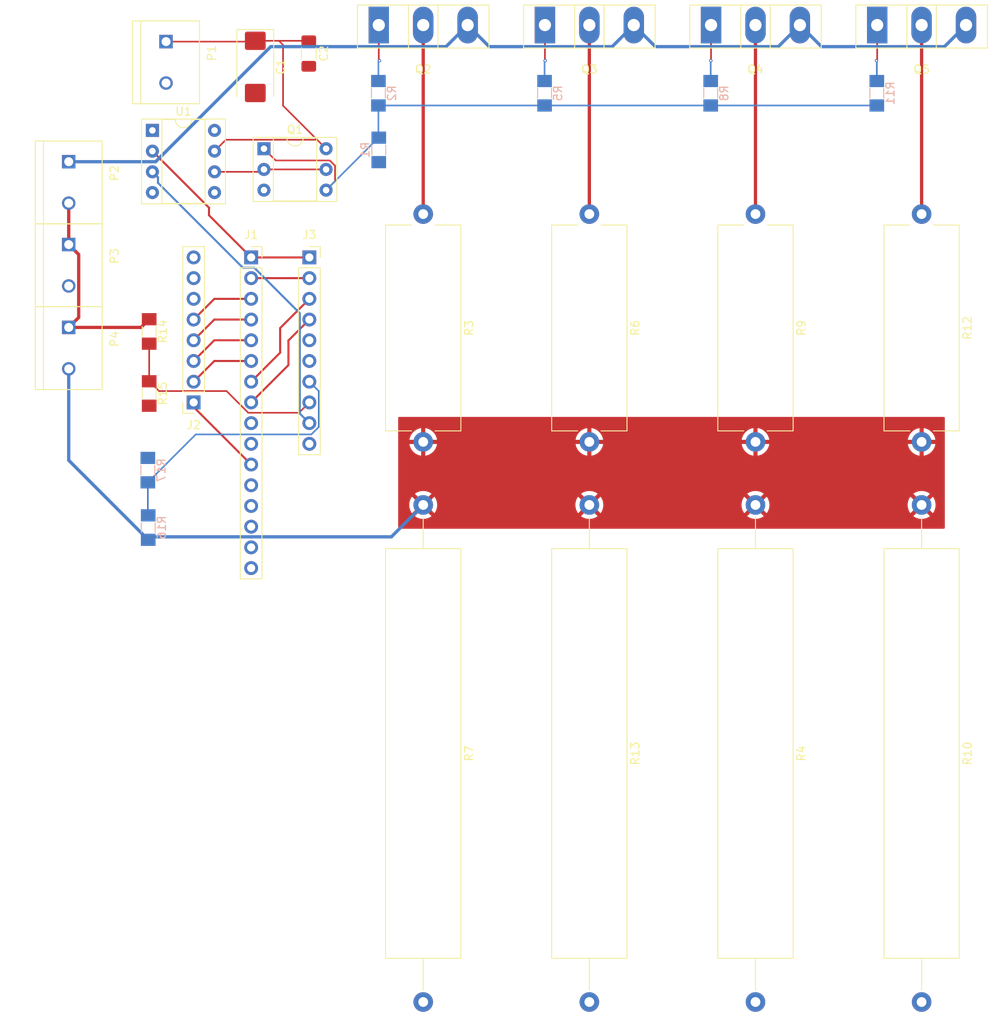
<source format=kicad_pcb>
(kicad_pcb (version 20211014) (generator pcbnew)
  (layers (0 "F.Cu" signal) (31 "B.Cu" signal) (34 "B.Paste" user) (35 "F.Paste" user) (36 "B.SilkS" user "B.Silkscreen") (37 "F.SilkS" user "F.Silkscreen") (38 "B.Mask" user) (39 "F.Mask" user) (44 "Edge.Cuts" user))
  (net 0 "")
  (net 4 "+12V")
  (net 5 "GND")
  (net 6 "Net-(P2-Pad1)")
  (net 7 "Net-(P2-Pad2)")
  (net 8 "Net-(Q1-Pad1)")
  (net 9 "Net-(U1-Pad6)")
  (net 10 "Net-(Q2-Pad1)")
  (net 11 "Net-(Q2-Pad2)")
  (net 12 "Net-(Q3-Pad1)")
  (net 13 "Net-(Q3-Pad2)")
  (net 14 "Net-(Q4-Pad1)")
  (net 15 "Net-(Q4-Pad2)")
  (net 16 "Net-(Q5-Pad1)")
  (net 17 "Net-(Q5-Pad2)")
  (net 18 "Net-(U1-Pad2)")
  (net 19 "Net-(J1-Pad3)")
  (net 20 "Net-(J1-Pad4)")
  (net 21 "Net-(J1-Pad5)")
  (net 22 "Net-(J1-Pad6)")
  (net 23 "Net-(J1-Pad7)")
  (net 24 "Net-(J1-Pad8)")
  (net 27 "Net-(J1-Pad11)")
  (net 38 "DIV1")
  (net 39 "DIV2")
  (net 40 "OPAMP+")
  (net 42 "All_R")
  (footprint "Package_DIP:DIP-8_W7.62mm_Socket" (layer "F.Cu") (at 93.806 51.478)
    (fp_text reference "U1" (at 3.81 -2.33) (layer "F.SilkS"))
    (fp_text value "TL071")
    (fp_line (start 8.95 -1.39) (end -1.33 -1.39) (layer "F.SilkS") (width 0.12))
    (fp_line (start 1.16 -1.33) (end 1.16 8.95) (layer "F.SilkS") (width 0.12))
    (fp_line (start -1.33 -1.39) (end -1.33 9.01) (layer "F.SilkS") (width 0.12))
    (fp_line (start -1.33 9.01) (end 8.95 9.01) (layer "F.SilkS") (width 0.12))
    (fp_line (start 2.81 -1.33) (end 1.16 -1.33) (layer "F.SilkS") (width 0.12))
    (fp_line (start 8.95 9.01) (end 8.95 -1.39) (layer "F.SilkS") (width 0.12))
    (fp_line (start 1.16 8.95) (end 6.46 8.95) (layer "F.SilkS") (width 0.12))
    (fp_line (start 6.46 8.95) (end 6.46 -1.33) (layer "F.SilkS") (width 0.12))
    (fp_line (start 6.46 -1.33) (end 4.81 -1.33) (layer "F.SilkS") (width 0.12))
    (fp_arc (start 4.81 -1.33) (mid 3.81 -0.33) (end 2.81 -1.33) (layer "F.SilkS") (width 0.12))
    (pad "1" thru_hole rect (at 0 0) (size 1.6 1.6) (drill 0.8) (layers *.Cu *.Mask))
    (pad "2" thru_hole oval (at 0 2.54) (size 1.6 1.6) (drill 0.8) (layers *.Cu *.Mask) (net 18 "Net-(U1-Pad2)"))
    (pad "3" thru_hole oval (at 0 5.08) (size 1.6 1.6) (drill 0.8) (layers *.Cu *.Mask) (net 40 "OPAMP+"))
    (pad "4" thru_hole oval (at 0 7.62) (size 1.6 1.6) (drill 0.8) (layers *.Cu *.Mask) (net 5 "GND"))
    (pad "5" thru_hole oval (at 7.62 7.62) (size 1.6 1.6) (drill 0.8) (layers *.Cu *.Mask))
    (pad "6" thru_hole oval (at 7.62 5.08) (size 1.6 1.6) (drill 0.8) (layers *.Cu *.Mask) (net 9 "Net-(U1-Pad6)"))
    (pad "7" thru_hole oval (at 7.62 2.54) (size 1.6 1.6) (drill 0.8) (layers *.Cu *.Mask) (net 4 "+12V"))
    (pad "8" thru_hole oval (at 7.62 0) (size 1.6 1.6) (drill 0.8) (layers *.Cu *.Mask))
  )
  (footprint "Connector_PinSocket_2.54mm:PinSocket_1x16_P2.54mm_Vertical" (layer "F.Cu") (at 105.918 67.056)
    (fp_text reference "J1" (at 0 -2.77) (layer "F.SilkS"))
    (fp_text value "Conn_01x16")
    (fp_line (start 0 -1.33) (end 1.33 -1.33) (layer "F.SilkS") (width 0.12))
    (fp_line (start 1.33 -1.33) (end 1.33 0) (layer "F.SilkS") (width 0.12))
    (fp_line (start -1.33 1.27) (end -1.33 39.43) (layer "F.SilkS") (width 0.12))
    (fp_line (start 1.33 1.27) (end 1.33 39.43) (layer "F.SilkS") (width 0.12))
    (fp_line (start -1.33 1.27) (end 1.33 1.27) (layer "F.SilkS") (width 0.12))
    (fp_line (start -1.33 39.43) (end 1.33 39.43) (layer "F.SilkS") (width 0.12))
    (pad "1" thru_hole rect (at 0 0) (size 1.7 1.7) (drill 1) (layers *.Cu *.Mask) (net 18 "Net-(U1-Pad2)"))
    (pad "2" thru_hole oval (at 0 2.54) (size 1.7 1.7) (drill 1) (layers *.Cu *.Mask) (net 5 "GND"))
    (pad "3" thru_hole oval (at 0 5.08) (size 1.7 1.7) (drill 1) (layers *.Cu *.Mask) (net 19 "Net-(J1-Pad3)"))
    (pad "4" thru_hole oval (at 0 7.62) (size 1.7 1.7) (drill 1) (layers *.Cu *.Mask) (net 20 "Net-(J1-Pad4)"))
    (pad "5" thru_hole oval (at 0 10.16) (size 1.7 1.7) (drill 1) (layers *.Cu *.Mask) (net 21 "Net-(J1-Pad5)"))
    (pad "6" thru_hole oval (at 0 12.7) (size 1.7 1.7) (drill 1) (layers *.Cu *.Mask) (net 22 "Net-(J1-Pad6)"))
    (pad "7" thru_hole oval (at 0 15.24) (size 1.7 1.7) (drill 1) (layers *.Cu *.Mask) (net 23 "Net-(J1-Pad7)"))
    (pad "8" thru_hole oval (at 0 17.78) (size 1.7 1.7) (drill 1) (layers *.Cu *.Mask) (net 24 "Net-(J1-Pad8)"))
    (pad "9" thru_hole oval (at 0 20.32) (size 1.7 1.7) (drill 1) (layers *.Cu *.Mask))
    (pad "10" thru_hole oval (at 0 22.86) (size 1.7 1.7) (drill 1) (layers *.Cu *.Mask))
    (pad "11" thru_hole oval (at 0 25.4) (size 1.7 1.7) (drill 1) (layers *.Cu *.Mask) (net 27 "Net-(J1-Pad11)"))
    (pad "12" thru_hole oval (at 0 27.94) (size 1.7 1.7) (drill 1) (layers *.Cu *.Mask))
    (pad "13" thru_hole oval (at 0 30.48) (size 1.7 1.7) (drill 1) (layers *.Cu *.Mask))
    (pad "14" thru_hole oval (at 0 33.02) (size 1.7 1.7) (drill 1) (layers *.Cu *.Mask))
    (pad "15" thru_hole oval (at 0 35.56) (size 1.7 1.7) (drill 1) (layers *.Cu *.Mask))
    (pad "16" thru_hole oval (at 0 38.1) (size 1.7 1.7) (drill 1) (layers *.Cu *.Mask))
  )
  (footprint "Connector_PinSocket_2.54mm:PinSocket_1x10_P2.54mm_Vertical" (layer "F.Cu") (at 113.058 67.056)
    (fp_text reference "J3" (at 0 -2.77) (layer "F.SilkS"))
    (fp_text value "Conn_01x10")
    (fp_line (start 1.33 -1.33) (end 1.33 0) (layer "F.SilkS") (width 0.12))
    (fp_line (start -1.33 1.27) (end 1.33 1.27) (layer "F.SilkS") (width 0.12))
    (fp_line (start -1.33 1.27) (end -1.33 24.19) (layer "F.SilkS") (width 0.12))
    (fp_line (start -1.33 24.19) (end 1.33 24.19) (layer "F.SilkS") (width 0.12))
    (fp_line (start 0 -1.33) (end 1.33 -1.33) (layer "F.SilkS") (width 0.12))
    (fp_line (start 1.33 1.27) (end 1.33 24.19) (layer "F.SilkS") (width 0.12))
    (pad "1" thru_hole rect (at 0 0) (size 1.7 1.7) (drill 1) (layers *.Cu *.Mask) (net 18 "Net-(U1-Pad2)"))
    (pad "2" thru_hole oval (at 0 2.54) (size 1.7 1.7) (drill 1) (layers *.Cu *.Mask) (net 5 "GND"))
    (pad "3" thru_hole oval (at 0 5.08) (size 1.7 1.7) (drill 1) (layers *.Cu *.Mask) (net 23 "Net-(J1-Pad7)"))
    (pad "4" thru_hole oval (at 0 7.62) (size 1.7 1.7) (drill 1) (layers *.Cu *.Mask) (net 24 "Net-(J1-Pad8)"))
    (pad "5" thru_hole oval (at 0 10.16) (size 1.7 1.7) (drill 1) (layers *.Cu *.Mask))
    (pad "6" thru_hole oval (at 0 12.7) (size 1.7 1.7) (drill 1) (layers *.Cu *.Mask))
    (pad "7" thru_hole oval (at 0 15.24) (size 1.7 1.7) (drill 1) (layers *.Cu *.Mask) (net 38 "DIV1"))
    (pad "8" thru_hole oval (at 0 17.78) (size 1.7 1.7) (drill 1) (layers *.Cu *.Mask) (net 39 "DIV2"))
    (pad "9" thru_hole oval (at 0 20.32) (size 1.7 1.7) (drill 1) (layers *.Cu *.Mask) (net 40 "OPAMP+"))
    (pad "10" thru_hole oval (at 0 22.86) (size 1.7 1.7) (drill 1) (layers *.Cu *.Mask))
  )
  (footprint "Capacitor_Tantalum_SMD:CP_EIA-7343-31_Kemet-D_Pad2.25x2.55mm_HandSolder" (layer "F.Cu") (at 106.426 43.688 -90)
    (fp_text reference "C1" (at 0 -3.1 90) (layer "F.SilkS"))
    (fp_text value "100u 16V tantal")
    (fp_line (start -4.585 -2.26) (end -4.585 2.26) (layer "F.SilkS") (width 0.12))
    (fp_line (start 3.65 -2.26) (end -4.585 -2.26) (layer "F.SilkS") (width 0.12))
    (fp_line (start -4.585 2.26) (end 3.65 2.26) (layer "F.SilkS") (width 0.12))
    (pad "1" smd roundrect (at -3.2 0 270) (size 2.25 2.55) (layers "F.Cu" "F.Paste" "F.Mask") (roundrect_rratio 0.111111) (net 4 "+12V"))
    (pad "2" smd roundrect (at 3.2 0 270) (size 2.25 2.55) (layers "F.Cu" "F.Paste" "F.Mask") (roundrect_rratio 0.111111) (net 5 "GND"))
  )
  (footprint "proj_lib:TE_282837-2" (layer "F.Cu") (at 83.54 78.18 -90)
    (fp_text reference "P4" (at -1.127255 -5.614945 90) (layer "F.SilkS") (effects (font (size 1.002039 1.002039))))
    (fp_text value "282837-2")
    (fp_line (start 5.08 -4.1) (end 5.08 3.1) (layer "F.SilkS") (width 0.127))
    (fp_line (start -5.08 -4.1) (end 5.08 -4.1) (layer "F.SilkS") (width 0.127))
    (fp_line (start -5.08 4.1) (end -5.08 3.1) (layer "F.SilkS") (width 0.127))
    (fp_line (start 5.08 3.1) (end 5.08 4.1) (layer "F.SilkS") (width 0.127))
    (fp_line (start -5.08 3.1) (end 5.08 3.1) (layer "F.SilkS") (width 0.127))
    (fp_line (start -5.08 3.1) (end -5.08 -4.1) (layer "F.SilkS") (width 0.127))
    (fp_line (start 5.08 4.1) (end -5.08 4.1) (layer "F.SilkS") (width 0.127))
    (pad "1" thru_hole rect (at -2.54 0 270) (size 1.65 1.65) (drill 1.1) (layers *.Cu *.Mask) (net 7 "Net-(P2-Pad2)"))
    (pad "2" thru_hole circle (at 2.54 0 270) (size 1.65 1.65) (drill 1.1) (layers *.Cu *.Mask) (net 42 "All_R"))
  )
  (footprint "Package_TO_SOT_THT:TO-247-3_Vertical" (layer "F.Cu") (at 141.953333 38.558)
    (fp_text reference "Q3" (at 5.45 5.44) (layer "F.SilkS"))
    (fp_text value "IRFP064V")
    (fp_line (start 13.52 -2.451) (end 13.52 2.82) (layer "F.SilkS") (width 0.12))
    (fp_line (start -2.62 2.82) (end 13.52 2.82) (layer "F.SilkS") (width 0.12))
    (fp_line (start -2.62 -2.451) (end 13.52 -2.451) (layer "F.SilkS") (width 0.12))
    (fp_line (start -2.62 -2.451) (end -2.62 2.82) (layer "F.SilkS") (width 0.12))
    (fp_line (start 3.646 -2.451) (end 3.646 2.82) (layer "F.SilkS") (width 0.12))
    (fp_line (start 7.255 -2.451) (end 7.255 2.82) (layer "F.SilkS") (width 0.12))
    (pad "1" thru_hole rect (at 0 0) (size 2.5 4.5) (drill 1.5) (layers *.Cu *.Mask) (net 12 "Net-(Q3-Pad1)"))
    (pad "2" thru_hole oval (at 5.45 0) (size 2.5 4.5) (drill 1.5) (layers *.Cu *.Mask) (net 13 "Net-(Q3-Pad2)"))
    (pad "3" thru_hole oval (at 10.9 0) (size 2.5 4.5) (drill 1.5) (layers *.Cu *.Mask) (net 6 "Net-(P2-Pad1)"))
  )
  (footprint "Resistor_THT:R_Axial_Power_L25.0mm_W9.0mm_P27.94mm" (layer "F.Cu") (at 147.403333 61.74 -90)
    (fp_text reference "R6" (at 13.97 -5.62 90) (layer "F.SilkS"))
    (fp_text value "0R2")
    (fp_line (start 1.35 4.62) (end 26.59 4.62) (layer "F.SilkS") (width 0.12))
    (fp_line (start 26.59 4.62) (end 26.59 1.44) (layer "F.SilkS") (width 0.12))
    (fp_line (start 1.35 -4.62) (end 26.59 -4.62) (layer "F.SilkS") (width 0.12))
    (fp_line (start 1.35 -1.44) (end 1.35 -4.62) (layer "F.SilkS") (width 0.12))
    (fp_line (start 1.35 1.44) (end 1.35 4.62) (layer "F.SilkS") (width 0.12))
    (fp_line (start 26.59 -4.62) (end 26.59 -1.44) (layer "F.SilkS") (width 0.12))
    (pad "1" thru_hole circle (at 0 0 270) (size 2.4 2.4) (drill 1.2) (layers *.Cu *.Mask) (net 13 "Net-(Q3-Pad2)"))
    (pad "2" thru_hole oval (at 27.94 0 270) (size 2.4 2.4) (drill 1.2) (layers *.Cu *.Mask) (net 42 "All_R"))
  )
  (footprint "proj_lib:TE_282837-2" (layer "F.Cu") (at 83.54 57.86 -90)
    (fp_text reference "P2" (at -1.127255 -5.614945 90) (layer "F.SilkS") (effects (font (size 1.002039 1.002039))))
    (fp_text value "282837-2")
    (fp_line (start -5.08 3.1) (end -5.08 -4.1) (layer "F.SilkS") (width 0.127))
    (fp_line (start 5.08 -4.1) (end 5.08 3.1) (layer "F.SilkS") (width 0.127))
    (fp_line (start 5.08 3.1) (end 5.08 4.1) (layer "F.SilkS") (width 0.127))
    (fp_line (start -5.08 4.1) (end -5.08 3.1) (layer "F.SilkS") (width 0.127))
    (fp_line (start -5.08 -4.1) (end 5.08 -4.1) (layer "F.SilkS") (width 0.127))
    (fp_line (start 5.08 4.1) (end -5.08 4.1) (layer "F.SilkS") (width 0.127))
    (fp_line (start -5.08 3.1) (end 5.08 3.1) (layer "F.SilkS") (width 0.127))
    (pad "1" thru_hole rect (at -2.54 0 270) (size 1.65 1.65) (drill 1.1) (layers *.Cu *.Mask) (net 6 "Net-(P2-Pad1)"))
    (pad "2" thru_hole circle (at 2.54 0 270) (size 1.65 1.65) (drill 1.1) (layers *.Cu *.Mask) (net 7 "Net-(P2-Pad2)"))
  )
  (footprint "Resistor_THT:R_Axial_Power_L25.0mm_W9.0mm_P27.94mm" (layer "F.Cu") (at 167.782666 61.74 -90)
    (fp_text reference "R9" (at 13.97 -5.62 90) (layer "F.SilkS"))
    (fp_text value "0R2")
    (fp_line (start 26.59 -4.62) (end 26.59 -1.44) (layer "F.SilkS") (width 0.12))
    (fp_line (start 1.35 4.62) (end 26.59 4.62) (layer "F.SilkS") (width 0.12))
    (fp_line (start 1.35 1.44) (end 1.35 4.62) (layer "F.SilkS") (width 0.12))
    (fp_line (start 1.35 -4.62) (end 26.59 -4.62) (layer "F.SilkS") (width 0.12))
    (fp_line (start 26.59 4.62) (end 26.59 1.44) (layer "F.SilkS") (width 0.12))
    (fp_line (start 1.35 -1.44) (end 1.35 -4.62) (layer "F.SilkS") (width 0.12))
    (pad "1" thru_hole circle (at 0 0 270) (size 2.4 2.4) (drill 1.2) (layers *.Cu *.Mask) (net 15 "Net-(Q4-Pad2)"))
    (pad "2" thru_hole oval (at 27.94 0 270) (size 2.4 2.4) (drill 1.2) (layers *.Cu *.Mask) (net 42 "All_R"))
  )
  (footprint "Resistor_THT:R_Axial_Power_L25.0mm_W9.0mm_P27.94mm" (layer "F.Cu") (at 188.162 61.74 -90)
    (fp_text reference "R12" (at 13.97 -5.62 90) (layer "F.SilkS"))
    (fp_text value "0R2")
    (fp_line (start 1.35 -4.62) (end 26.59 -4.62) (layer "F.SilkS") (width 0.12))
    (fp_line (start 1.35 4.62) (end 26.59 4.62) (layer "F.SilkS") (width 0.12))
    (fp_line (start 26.59 4.62) (end 26.59 1.44) (layer "F.SilkS") (width 0.12))
    (fp_line (start 26.59 -4.62) (end 26.59 -1.44) (layer "F.SilkS") (width 0.12))
    (fp_line (start 1.35 -1.44) (end 1.35 -4.62) (layer "F.SilkS") (width 0.12))
    (fp_line (start 1.35 1.44) (end 1.35 4.62) (layer "F.SilkS") (width 0.12))
    (pad "1" thru_hole circle (at 0 0 270) (size 2.4 2.4) (drill 1.2) (layers *.Cu *.Mask) (net 17 "Net-(Q5-Pad2)"))
    (pad "2" thru_hole oval (at 27.94 0 270) (size 2.4 2.4) (drill 1.2) (layers *.Cu *.Mask) (net 42 "All_R"))
  )
  (footprint "Package_TO_SOT_THT:TO-247-3_Vertical" (layer "F.Cu") (at 121.574 38.558)
    (fp_text reference "Q2" (at 5.45 5.44) (layer "F.SilkS"))
    (fp_text value "IRFP064V")
    (fp_line (start 7.255 -2.451) (end 7.255 2.82) (layer "F.SilkS") (width 0.12))
    (fp_line (start 13.52 -2.451) (end 13.52 2.82) (layer "F.SilkS") (width 0.12))
    (fp_line (start -2.62 2.82) (end 13.52 2.82) (layer "F.SilkS") (width 0.12))
    (fp_line (start 3.646 -2.451) (end 3.646 2.82) (layer "F.SilkS") (width 0.12))
    (fp_line (start -2.62 -2.451) (end 13.52 -2.451) (layer "F.SilkS") (width 0.12))
    (fp_line (start -2.62 -2.451) (end -2.62 2.82) (layer "F.SilkS") (width 0.12))
    (pad "1" thru_hole rect (at 0 0) (size 2.5 4.5) (drill 1.5) (layers *.Cu *.Mask) (net 10 "Net-(Q2-Pad1)"))
    (pad "2" thru_hole oval (at 5.45 0) (size 2.5 4.5) (drill 1.5) (layers *.Cu *.Mask) (net 11 "Net-(Q2-Pad2)"))
    (pad "3" thru_hole oval (at 10.9 0) (size 2.5 4.5) (drill 1.5) (layers *.Cu *.Mask) (net 6 "Net-(P2-Pad1)"))
  )
  (footprint "Package_TO_SOT_THT:TO-247-3_Vertical" (layer "F.Cu") (at 162.332666 38.558)
    (fp_text reference "Q4" (at 5.45 5.44) (layer "F.SilkS"))
    (fp_text value "IRFP064V")
    (fp_line (start -2.62 -2.451) (end -2.62 2.82) (layer "F.SilkS") (width 0.12))
    (fp_line (start -2.62 -2.451) (end 13.52 -2.451) (layer "F.SilkS") (width 0.12))
    (fp_line (start 13.52 -2.451) (end 13.52 2.82) (layer "F.SilkS") (width 0.12))
    (fp_line (start 3.646 -2.451) (end 3.646 2.82) (layer "F.SilkS") (width 0.12))
    (fp_line (start 7.255 -2.451) (end 7.255 2.82) (layer "F.SilkS") (width 0.12))
    (fp_line (start -2.62 2.82) (end 13.52 2.82) (layer "F.SilkS") (width 0.12))
    (pad "1" thru_hole rect (at 0 0) (size 2.5 4.5) (drill 1.5) (layers *.Cu *.Mask) (net 14 "Net-(Q4-Pad1)"))
    (pad "2" thru_hole oval (at 5.45 0) (size 2.5 4.5) (drill 1.5) (layers *.Cu *.Mask) (net 15 "Net-(Q4-Pad2)"))
    (pad "3" thru_hole oval (at 10.9 0) (size 2.5 4.5) (drill 1.5) (layers *.Cu *.Mask) (net 6 "Net-(P2-Pad1)"))
  )
  (footprint "Resistor_THT:R_Axial_Power_L50.0mm_W9.0mm_P60.96mm" (layer "F.Cu") (at 127.024 97.414 -90)
    (fp_text reference "R7" (at 30.48 -5.62 90) (layer "F.SilkS"))
    (fp_text value "0R9")
    (fp_line (start 1.44 0) (end 5.36 0) (layer "F.SilkS") (width 0.12))
    (fp_line (start 5.36 4.62) (end 55.6 4.62) (layer "F.SilkS") (width 0.12))
    (fp_line (start 55.6 4.62) (end 55.6 -4.62) (layer "F.SilkS") (width 0.12))
    (fp_line (start 5.36 -4.62) (end 5.36 4.62) (layer "F.SilkS") (width 0.12))
    (fp_line (start 55.6 -4.62) (end 5.36 -4.62) (layer "F.SilkS") (width 0.12))
    (fp_line (start 59.52 0) (end 55.6 0) (layer "F.SilkS") (width 0.12))
    (pad "1" thru_hole circle (at 0 0 270) (size 2.4 2.4) (drill 1.2) (layers *.Cu *.Mask) (net 42 "All_R"))
    (pad "2" thru_hole oval (at 60.96 0 270) (size 2.4 2.4) (drill 1.2) (layers *.Cu *.Mask) (net 5 "GND"))
  )
  (footprint "Resistor_THT:R_Axial_Power_L50.0mm_W9.0mm_P60.96mm" (layer "F.Cu") (at 167.782666 97.414 -90)
    (fp_text reference "R4" (at 30.48 -5.62 90) (layer "F.SilkS"))
    (fp_text value "0R9")
    (fp_line (start 5.36 -4.62) (end 5.36 4.62) (layer "F.SilkS") (width 0.12))
    (fp_line (start 1.44 0) (end 5.36 0) (layer "F.SilkS") (width 0.12))
    (fp_line (start 5.36 4.62) (end 55.6 4.62) (layer "F.SilkS") (width 0.12))
    (fp_line (start 55.6 -4.62) (end 5.36 -4.62) (layer "F.SilkS") (width 0.12))
    (fp_line (start 59.52 0) (end 55.6 0) (layer "F.SilkS") (width 0.12))
    (fp_line (start 55.6 4.62) (end 55.6 -4.62) (layer "F.SilkS") (width 0.12))
    (pad "1" thru_hole circle (at 0 0 270) (size 2.4 2.4) (drill 1.2) (layers *.Cu *.Mask) (net 42 "All_R"))
    (pad "2" thru_hole oval (at 60.96 0 270) (size 2.4 2.4) (drill 1.2) (layers *.Cu *.Mask) (net 5 "GND"))
  )
  (footprint "Connector_PinSocket_2.54mm:PinSocket_1x08_P2.54mm_Vertical" (layer "F.Cu") (at 98.862 84.836 180)
    (fp_text reference "J2" (at 0 -2.77) (layer "F.SilkS"))
    (fp_text value "Conn_01x08")
    (fp_line (start -1.33 1.27) (end 1.33 1.27) (layer "F.SilkS") (width 0.12))
    (fp_line (start 0 -1.33) (end 1.33 -1.33) (layer "F.SilkS") (width 0.12))
    (fp_line (start 1.33 -1.33) (end 1.33 0) (layer "F.SilkS") (width 0.12))
    (fp_line (start 1.33 1.27) (end 1.33 19.11) (layer "F.SilkS") (width 0.12))
    (fp_line (start -1.33 1.27) (end -1.33 19.11) (layer "F.SilkS") (width 0.12))
    (fp_line (start -1.33 19.11) (end 1.33 19.11) (layer "F.SilkS") (width 0.12))
    (pad "1" thru_hole rect (at 0 0 180) (size 1.7 1.7) (drill 1) (layers *.Cu *.Mask) (net 27 "Net-(J1-Pad11)"))
    (pad "2" thru_hole oval (at 0 2.54 180) (size 1.7 1.7) (drill 1) (layers *.Cu *.Mask) (net 22 "Net-(J1-Pad6)"))
    (pad "3" thru_hole oval (at 0 5.08 180) (size 1.7 1.7) (drill 1) (layers *.Cu *.Mask) (net 21 "Net-(J1-Pad5)"))
    (pad "4" thru_hole oval (at 0 7.62 180) (size 1.7 1.7) (drill 1) (layers *.Cu *.Mask) (net 20 "Net-(J1-Pad4)"))
    (pad "5" thru_hole oval (at 0 10.16 180) (size 1.7 1.7) (drill 1) (layers *.Cu *.Mask) (net 19 "Net-(J1-Pad3)"))
    (pad "6" thru_hole oval (at 0 12.7 180) (size 1.7 1.7) (drill 1) (layers *.Cu *.Mask))
    (pad "7" thru_hole oval (at 0 15.24 180) (size 1.7 1.7) (drill 1) (layers *.Cu *.Mask))
    (pad "8" thru_hole oval (at 0 17.78 180) (size 1.7 1.7) (drill 1) (layers *.Cu *.Mask))
  )
  (footprint "Resistor_THT:R_Axial_Power_L50.0mm_W9.0mm_P60.96mm" (layer "F.Cu") (at 147.403333 97.414 -90)
    (fp_text reference "R13" (at 30.48 -5.62 90) (layer "F.SilkS"))
    (fp_text value "0R9")
    (fp_line (start 55.6 4.62) (end 55.6 -4.62) (layer "F.SilkS") (width 0.12))
    (fp_line (start 59.52 0) (end 55.6 0) (layer "F.SilkS") (width 0.12))
    (fp_line (start 5.36 -4.62) (end 5.36 4.62) (layer "F.SilkS") (width 0.12))
    (fp_line (start 55.6 -4.62) (end 5.36 -4.62) (layer "F.SilkS") (width 0.12))
    (fp_line (start 1.44 0) (end 5.36 0) (layer "F.SilkS") (width 0.12))
    (fp_line (start 5.36 4.62) (end 55.6 4.62) (layer "F.SilkS") (width 0.12))
    (pad "1" thru_hole circle (at 0 0 270) (size 2.4 2.4) (drill 1.2) (layers *.Cu *.Mask) (net 42 "All_R"))
    (pad "2" thru_hole oval (at 60.96 0 270) (size 2.4 2.4) (drill 1.2) (layers *.Cu *.Mask) (net 5 "GND"))
  )
  (footprint "proj_lib:TE_282837-2" (layer "F.Cu") (at 95.478 43.128 -90)
    (fp_text reference "P1" (at -1.127255 -5.614945 90) (layer "F.SilkS") (effects (font (size 1.002039 1.002039))))
    (fp_text value "282837-2")
    (fp_line (start 5.08 3.1) (end 5.08 4.1) (layer "F.SilkS") (width 0.127))
    (fp_line (start -5.08 4.1) (end -5.08 3.1) (layer "F.SilkS") (width 0.127))
    (fp_line (start 5.08 4.1) (end -5.08 4.1) (layer "F.SilkS") (width 0.127))
    (fp_line (start -5.08 3.1) (end -5.08 -4.1) (layer "F.SilkS") (width 0.127))
    (fp_line (start -5.08 3.1) (end 5.08 3.1) (layer "F.SilkS") (width 0.127))
    (fp_line (start 5.08 -4.1) (end 5.08 3.1) (layer "F.SilkS") (width 0.127))
    (fp_line (start -5.08 -4.1) (end 5.08 -4.1) (layer "F.SilkS") (width 0.127))
    (pad "1" thru_hole rect (at -2.54 0 270) (size 1.65 1.65) (drill 1.1) (layers *.Cu *.Mask) (net 4 "+12V"))
    (pad "2" thru_hole circle (at 2.54 0 270) (size 1.65 1.65) (drill 1.1) (layers *.Cu *.Mask) (net 5 "GND"))
  )
  (footprint "Capacitor_SMD:C_1206_3216Metric_Pad1.33x1.80mm_HandSolder" (layer "F.Cu") (at 112.986 42.0505 -90)
    (fp_text reference "C2" (at 0 -1.85 90) (layer "F.SilkS"))
    (fp_text value "200n")
    (fp_line (start -0.711252 -0.91) (end 0.711252 -0.91) (layer "F.SilkS") (width 0.12))
    (fp_line (start -0.711252 0.91) (end 0.711252 0.91) (layer "F.SilkS") (width 0.12))
    (pad "1" smd roundrect (at -1.5625 0 270) (size 1.325 1.8) (layers "F.Cu" "F.Paste" "F.Mask") (roundrect_rratio 0.188679) (net 4 "+12V"))
    (pad "2" smd roundrect (at 1.5625 0 270) (size 1.325 1.8) (layers "F.Cu" "F.Paste" "F.Mask") (roundrect_rratio 0.188679) (net 5 "GND"))
  )
  (footprint "Resistor_THT:R_Axial_Power_L50.0mm_W9.0mm_P60.96mm" (layer "F.Cu") (at 188.162 97.414 -90)
    (fp_text reference "R10" (at 30.48 -5.62 90) (layer "F.SilkS"))
    (fp_text value "0R9")
    (fp_line (start 59.52 0) (end 55.6 0) (layer "F.SilkS") (width 0.12))
    (fp_line (start 55.6 4.62) (end 55.6 -4.62) (layer "F.SilkS") (width 0.12))
    (fp_line (start 5.36 -4.62) (end 5.36 4.62) (layer "F.SilkS") (width 0.12))
    (fp_line (start 1.44 0) (end 5.36 0) (layer "F.SilkS") (width 0.12))
    (fp_line (start 55.6 -4.62) (end 5.36 -4.62) (layer "F.SilkS") (width 0.12))
    (fp_line (start 5.36 4.62) (end 55.6 4.62) (layer "F.SilkS") (width 0.12))
    (pad "1" thru_hole circle (at 0 0 270) (size 2.4 2.4) (drill 1.2) (layers *.Cu *.Mask) (net 42 "All_R"))
    (pad "2" thru_hole oval (at 60.96 0 270) (size 2.4 2.4) (drill 1.2) (layers *.Cu *.Mask) (net 5 "GND"))
  )
  (footprint "Package_DIP:DIP-6_W7.62mm_Socket" (layer "F.Cu") (at 107.488 53.724)
    (fp_text reference "Q1" (at 3.81 -2.33) (layer "F.SilkS"))
    (fp_text value "BC846BPDW1")
    (fp_line (start 6.46 6.41) (end 6.46 -1.33) (layer "F.SilkS") (width 0.12))
    (fp_line (start 2.81 -1.33) (end 1.16 -1.33) (layer "F.SilkS") (width 0.12))
    (fp_line (start 8.95 6.47) (end 8.95 -1.39) (layer "F.SilkS") (width 0.12))
    (fp_line (start 6.46 -1.33) (end 4.81 -1.33) (layer "F.SilkS") (width 0.12))
    (fp_line (start 8.95 -1.39) (end -1.33 -1.39) (layer "F.SilkS") (width 0.12))
    (fp_line (start 1.16 -1.33) (end 1.16 6.41) (layer "F.SilkS") (width 0.12))
    (fp_line (start 1.16 6.41) (end 6.46 6.41) (layer "F.SilkS") (width 0.12))
    (fp_line (start -1.33 6.47) (end 8.95 6.47) (layer "F.SilkS") (width 0.12))
    (fp_line (start -1.33 -1.39) (end -1.33 6.47) (layer "F.SilkS") (width 0.12))
    (fp_arc (start 4.81 -1.33) (mid 3.81 -0.33) (end 2.81 -1.33) (layer "F.SilkS") (width 0.12))
    (pad "1" thru_hole rect (at 0 0) (size 1.6 1.6) (drill 0.8) (layers *.Cu *.Mask) (net 8 "Net-(Q1-Pad1)"))
    (pad "2" thru_hole oval (at 0 2.54) (size 1.6 1.6) (drill 0.8) (layers *.Cu *.Mask) (net 9 "Net-(U1-Pad6)"))
    (pad "3" thru_hole oval (at 0 5.08) (size 1.6 1.6) (drill 0.8) (layers *.Cu *.Mask) (net 5 "GND"))
    (pad "4" thru_hole oval (at 7.62 5.08) (size 1.6 1.6) (drill 0.8) (layers *.Cu *.Mask) (net 8 "Net-(Q1-Pad1)"))
    (pad "5" thru_hole oval (at 7.62 2.54) (size 1.6 1.6) (drill 0.8) (layers *.Cu *.Mask) (net 9 "Net-(U1-Pad6)"))
    (pad "6" thru_hole oval (at 7.62 0) (size 1.6 1.6) (drill 0.8) (layers *.Cu *.Mask) (net 4 "+12V"))
  )
  (footprint "Resistor_SMD:R_MiniMELF_MMA-0204" (layer "F.Cu") (at 93.41 76.136 -90)
    (fp_text reference "R14" (at 0 -1.65 90) (layer "F.SilkS"))
    (fp_text value "62k")
    (fp_line (start -0.6 -0.85) (end 0.6 -0.85) (layer "F.SilkS") (width 0.12))
    (fp_line (start 0.6 0.85) (end -0.6 0.85) (layer "F.SilkS") (width 0.12))
    (pad "1" smd rect (at -1.5 0 270) (size 1.5 1.8) (layers "F.Cu" "F.Paste" "F.Mask") (net 7 "Net-(P2-Pad2)"))
    (pad "2" smd rect (at 1.5 0 270) (size 1.5 1.8) (layers "F.Cu" "F.Paste" "F.Mask") (net 39 "DIV2"))
  )
  (footprint "Resistor_THT:R_Axial_Power_L25.0mm_W9.0mm_P27.94mm" (layer "F.Cu") (at 127.024 61.74 -90)
    (fp_text reference "R3" (at 13.97 -5.62 90) (layer "F.SilkS"))
    (fp_text value "0R2")
    (fp_line (start 26.59 -4.62) (end 26.59 -1.44) (layer "F.SilkS") (width 0.12))
    (fp_line (start 1.35 -4.62) (end 26.59 -4.62) (layer "F.SilkS") (width 0.12))
    (fp_line (start 1.35 -1.44) (end 1.35 -4.62) (layer "F.SilkS") (width 0.12))
    (fp_line (start 1.35 4.62) (end 26.59 4.62) (layer "F.SilkS") (width 0.12))
    (fp_line (start 1.35 1.44) (end 1.35 4.62) (layer "F.SilkS") (width 0.12))
    (fp_line (start 26.59 4.62) (end 26.59 1.44) (layer "F.SilkS") (width 0.12))
    (pad "1" thru_hole circle (at 0 0 270) (size 2.4 2.4) (drill 1.2) (layers *.Cu *.Mask) (net 11 "Net-(Q2-Pad2)"))
    (pad "2" thru_hole oval (at 27.94 0 270) (size 2.4 2.4) (drill 1.2) (layers *.Cu *.Mask) (net 42 "All_R"))
  )
  (footprint "Package_TO_SOT_THT:TO-247-3_Vertical" (layer "F.Cu") (at 182.712 38.558)
    (fp_text reference "Q5" (at 5.45 5.44) (layer "F.SilkS"))
    (fp_text value "IRFP064V")
    (fp_line (start -2.62 2.82) (end 13.52 2.82) (layer "F.SilkS") (width 0.12))
    (fp_line (start 3.646 -2.451) (end 3.646 2.82) (layer "F.SilkS") (width 0.12))
    (fp_line (start -2.62 -2.451) (end -2.62 2.82) (layer "F.SilkS") (width 0.12))
    (fp_line (start 7.255 -2.451) (end 7.255 2.82) (layer "F.SilkS") (width 0.12))
    (fp_line (start 13.52 -2.451) (end 13.52 2.82) (layer "F.SilkS") (width 0.12))
    (fp_line (start -2.62 -2.451) (end 13.52 -2.451) (layer "F.SilkS") (width 0.12))
    (pad "1" thru_hole rect (at 0 0) (size 2.5 4.5) (drill 1.5) (layers *.Cu *.Mask) (net 16 "Net-(Q5-Pad1)"))
    (pad "2" thru_hole oval (at 5.45 0) (size 2.5 4.5) (drill 1.5) (layers *.Cu *.Mask) (net 17 "Net-(Q5-Pad2)"))
    (pad "3" thru_hole oval (at 10.9 0) (size 2.5 4.5) (drill 1.5) (layers *.Cu *.Mask) (net 6 "Net-(P2-Pad1)"))
  )
  (footprint "proj_lib:TE_282837-2" (layer "F.Cu") (at 83.54 68.02 -90)
    (fp_text reference "P3" (at -1.127255 -5.614945 90) (layer "F.SilkS") (effects (font (size 1.002039 1.002039))))
    (fp_text value "282837-2")
    (fp_line (start -5.08 -4.1) (end 5.08 -4.1) (layer "F.SilkS") (width 0.127))
    (fp_line (start -5.08 4.1) (end -5.08 3.1) (layer "F.SilkS") (width 0.127))
    (fp_line (start -5.08 3.1) (end -5.08 -4.1) (layer "F.SilkS") (width 0.127))
    (fp_line (start -5.08 3.1) (end 5.08 3.1) (layer "F.SilkS") (width 0.127))
    (fp_line (start 5.08 4.1) (end -5.08 4.1) (layer "F.SilkS") (width 0.127))
    (fp_line (start 5.08 -4.1) (end 5.08 3.1) (layer "F.SilkS") (width 0.127))
    (fp_line (start 5.08 3.1) (end 5.08 4.1) (layer "F.SilkS") (width 0.127))
    (pad "1" thru_hole rect (at -2.54 0 270) (size 1.65 1.65) (drill 1.1) (layers *.Cu *.Mask) (net 7 "Net-(P2-Pad2)"))
    (pad "2" thru_hole circle (at 2.54 0 270) (size 1.65 1.65) (drill 1.1) (layers *.Cu *.Mask) (net 5 "GND"))
  )
  (footprint "Resistor_SMD:R_MiniMELF_MMA-0204" (layer "F.Cu") (at 93.41 83.744 -90)
    (fp_text reference "R15" (at 0 -1.65 90) (layer "F.SilkS"))
    (fp_text value "62k")
    (fp_line (start 0.6 0.85) (end -0.6 0.85) (layer "F.SilkS") (width 0.12))
    (fp_line (start -0.6 -0.85) (end 0.6 -0.85) (layer "F.SilkS") (width 0.12))
    (pad "1" smd rect (at -1.5 0 270) (size 1.5 1.8) (layers "F.Cu" "F.Paste" "F.Mask") (net 39 "DIV2"))
    (pad "2" smd rect (at 1.5 0 270) (size 1.5 1.8) (layers "F.Cu" "F.Paste" "F.Mask") (net 5 "GND"))
  )
  (footprint "Resistor_SMD:R_MiniMELF_MMA-0204" (layer "B.Cu") (at 93.29 100.188 90)
    (fp_text reference "R16" (at 0 1.65 90) (layer "B.SilkS") (effects (justify mirror)))
    (fp_text value "62k")
    (fp_line (start -0.6 0.85) (end 0.6 0.85) (layer "B.SilkS") (width 0.12))
    (fp_line (start 0.6 -0.85) (end -0.6 -0.85) (layer "B.SilkS") (width 0.12))
    (pad "1" smd rect (at -1.5 0 90) (size 1.5 1.8) (layers "B.Cu" "B.Paste" "B.Mask") (net 42 "All_R"))
    (pad "2" smd rect (at 1.5 0 90) (size 1.5 1.8) (layers "B.Cu" "B.Paste" "B.Mask") (net 38 "DIV1"))
  )
  (footprint "Resistor_SMD:R_MiniMELF_MMA-0204" (layer "B.Cu") (at 121.53 46.922 90)
    (fp_text reference "R2" (at 0 1.65 90) (layer "B.SilkS") (effects (justify mirror)))
    (fp_text value "62k")
    (fp_line (start 0.6 -0.85) (end -0.6 -0.85) (layer "B.SilkS") (width 0.12))
    (fp_line (start -0.6 0.85) (end 0.6 0.85) (layer "B.SilkS") (width 0.12))
    (pad "1" smd rect (at -1.5 0 90) (size 1.5 1.8) (layers "B.Cu" "B.Paste" "B.Mask") (net 8 "Net-(Q1-Pad1)"))
    (pad "2" smd rect (at 1.5 0 90) (size 1.5 1.8) (layers "B.Cu" "B.Paste" "B.Mask") (net 10 "Net-(Q2-Pad1)"))
  )
  (footprint "Resistor_SMD:R_MiniMELF_MMA-0204" (layer "B.Cu") (at 141.909333 46.922 90)
    (fp_text reference "R5" (at 0 1.65 90) (layer "B.SilkS") (effects (justify mirror)))
    (fp_text value "62k")
    (fp_line (start 0.6 -0.85) (end -0.6 -0.85) (layer "B.SilkS") (width 0.12))
    (fp_line (start -0.6 0.85) (end 0.6 0.85) (layer "B.SilkS") (width 0.12))
    (pad "1" smd rect (at -1.5 0 90) (size 1.5 1.8) (layers "B.Cu" "B.Paste" "B.Mask") (net 8 "Net-(Q1-Pad1)"))
    (pad "2" smd rect (at 1.5 0 90) (size 1.5 1.8) (layers "B.Cu" "B.Paste" "B.Mask") (net 12 "Net-(Q3-Pad1)"))
  )
  (footprint "Resistor_SMD:R_MiniMELF_MMA-0204" (layer "B.Cu") (at 93.244 93.142 90)
    (fp_text reference "R17" (at 0 1.65 90) (layer "B.SilkS") (effects (justify mirror)))
    (fp_text value "62k")
    (fp_line (start 0.6 -0.85) (end -0.6 -0.85) (layer "B.SilkS") (width 0.12))
    (fp_line (start -0.6 0.85) (end 0.6 0.85) (layer "B.SilkS") (width 0.12))
    (pad "1" smd rect (at -1.5 0 90) (size 1.5 1.8) (layers "B.Cu" "B.Paste" "B.Mask") (net 38 "DIV1"))
    (pad "2" smd rect (at 1.5 0 90) (size 1.5 1.8) (layers "B.Cu" "B.Paste" "B.Mask") (net 5 "GND"))
  )
  (footprint "Resistor_SMD:R_MiniMELF_MMA-0204" (layer "B.Cu") (at 121.572 53.868 -90)
    (fp_text reference "R1" (at 0 1.65 90) (layer "B.SilkS") (effects (justify mirror)))
    (fp_text value "10k")
    (fp_line (start -0.6 0.85) (end 0.6 0.85) (layer "B.SilkS") (width 0.12))
    (fp_line (start 0.6 -0.85) (end -0.6 -0.85) (layer "B.SilkS") (width 0.12))
    (pad "1" smd rect (at -1.5 0 270) (size 1.5 1.8) (layers "B.Cu" "B.Paste" "B.Mask") (net 8 "Net-(Q1-Pad1)"))
    (pad "2" smd rect (at 1.5 0 270) (size 1.5 1.8) (layers "B.Cu" "B.Paste" "B.Mask") (net 5 "GND"))
  )
  (footprint "Resistor_SMD:R_MiniMELF_MMA-0204" (layer "B.Cu") (at 182.668 46.922 90)
    (fp_text reference "R11" (at 0 1.65 90) (layer "B.SilkS") (effects (justify mirror)))
    (fp_text value "62k")
    (fp_line (start -0.6 0.85) (end 0.6 0.85) (layer "B.SilkS") (width 0.12))
    (fp_line (start 0.6 -0.85) (end -0.6 -0.85) (layer "B.SilkS") (width 0.12))
    (pad "1" smd rect (at -1.5 0 90) (size 1.5 1.8) (layers "B.Cu" "B.Paste" "B.Mask") (net 8 "Net-(Q1-Pad1)"))
    (pad "2" smd rect (at 1.5 0 90) (size 1.5 1.8) (layers "B.Cu" "B.Paste" "B.Mask") (net 16 "Net-(Q5-Pad1)"))
  )
  (footprint "Resistor_SMD:R_MiniMELF_MMA-0204" (layer "B.Cu") (at 162.288666 46.922 90)
    (fp_text reference "R8" (at 0 1.65 90) (layer "B.SilkS") (effects (justify mirror)))
    (fp_text value "62k")
    (fp_line (start -0.6 0.85) (end 0.6 0.85) (layer "B.SilkS") (width 0.12))
    (fp_line (start 0.6 -0.85) (end -0.6 -0.85) (layer "B.SilkS") (width 0.12))
    (pad "1" smd rect (at -1.5 0 90) (size 1.5 1.8) (layers "B.Cu" "B.Paste" "B.Mask") (net 8 "Net-(Q1-Pad1)"))
    (pad "2" smd rect (at 1.5 0 90) (size 1.5 1.8) (layers "B.Cu" "B.Paste" "B.Mask") (net 14 "Net-(Q4-Pad1)"))
  )
  (segment (start 114.008 52.624) (end 102.82 52.624) (width 0.2) (layer "F.Cu") (net 4))
  (segment (start 109.83 40.996) (end 109.322 40.488) (width 0.2) (layer "F.Cu") (net 4))
  (segment (start 102.82 52.624) (end 101.426 54.018) (width 0.2) (layer "F.Cu") (net 4))
  (segment (start 106.426 40.488) (end 109.322 40.488) (width 0.2) (layer "F.Cu") (net 4))
  (segment (start 109.83 48.446) (end 109.83 40.996) (width 0.2) (layer "F.Cu") (net 4))
  (segment (start 106.326 40.588) (end 106.426 40.488) (width 0.2) (layer "F.Cu") (net 4))
  (segment (start 114.008 52.624) (end 115.108 53.724) (width 0.2) (layer "F.Cu") (net 4))
  (segment (start 109.322 40.488) (end 112.986 40.488) (width 0.2) (layer "F.Cu") (net 4))
  (segment (start 114.008 52.624) (end 109.83 48.446) (width 0.2) (layer "F.Cu") (net 4))
  (segment (start 95.478 40.588) (end 106.326 40.588) (width 0.2) (layer "F.Cu") (net 4))
  (segment (start 105.918 69.596) (end 113.058 69.596) (width 0.25) (layer "F.Cu") (net 5))
  (segment (start 155.503333 41.208) (end 170.582666 41.208) (width 0.4) (layer "B.Cu") (net 6))
  (segment (start 129.824 41.208) (end 132.474 38.558) (width 0.4) (layer "B.Cu") (net 6))
  (segment (start 94.201057 55.32) (end 108.313057 41.208) (width 0.4) (layer "B.Cu") (net 6))
  (segment (start 175.882666 41.208) (end 190.962 41.208) (width 0.4) (layer "B.Cu") (net 6))
  (segment (start 135.124 41.208) (end 150.203333 41.208) (width 0.4) (layer "B.Cu") (net 6))
  (segment (start 150.203333 41.208) (end 152.853333 38.558) (width 0.4) (layer "B.Cu") (net 6))
  (segment (start 173.232666 38.558) (end 175.882666 41.208) (width 0.4) (layer "B.Cu") (net 6))
  (segment (start 83.54 55.32) (end 94.201057 55.32) (width 0.4) (layer "B.Cu") (net 6))
  (segment (start 152.853333 38.558) (end 155.503333 41.208) (width 0.4) (layer "B.Cu") (net 6))
  (segment (start 132.474 38.558) (end 135.124 41.208) (width 0.4) (layer "B.Cu") (net 6))
  (segment (start 170.582666 41.208) (end 173.232666 38.558) (width 0.4) (layer "B.Cu") (net 6))
  (segment (start 108.313057 41.208) (end 129.824 41.208) (width 0.4) (layer "B.Cu") (net 6))
  (segment (start 190.962 41.208) (end 193.612 38.558) (width 0.4) (layer "B.Cu") (net 6))
  (segment (start 84.765 74.415) (end 83.54 75.64) (width 0.4) (layer "F.Cu") (net 7))
  (segment (start 83.54 75.64) (end 92.406 75.64) (width 0.4) (layer "F.Cu") (net 7))
  (segment (start 83.54 65.48) (end 84.765 66.705) (width 0.4) (layer "F.Cu") (net 7))
  (segment (start 84.765 66.705) (end 84.765 74.415) (width 0.4) (layer "F.Cu") (net 7))
  (segment (start 83.54 60.4) (end 83.54 65.48) (width 0.4) (layer "F.Cu") (net 7))
  (segment (start 92.406 75.64) (end 93.41 74.636) (width 0.4) (layer "F.Cu") (net 7))
  (segment (start 107.488 53.724) (end 108.928 55.164) (width 0.2) (layer "F.Cu") (net 8))
  (segment (start 115.563635 55.164) (end 116.208 55.808365) (width 0.2) (layer "F.Cu") (net 8))
  (segment (start 116.208 55.808365) (end 116.208 57.704) (width 0.2) (layer "F.Cu") (net 8))
  (segment (start 116.208 57.704) (end 115.108 58.804) (width 0.2) (layer "F.Cu") (net 8))
  (segment (start 108.928 55.164) (end 115.563635 55.164) (width 0.2) (layer "F.Cu") (net 8))
  (segment (start 141.909333 48.422) (end 121.53 48.422) (width 0.2) (layer "B.Cu") (net 8))
  (segment (start 162.288666 48.422) (end 141.909333 48.422) (width 0.2) (layer "B.Cu") (net 8))
  (segment (start 121.544 52.368) (end 115.108 58.804) (width 0.2) (layer "B.Cu") (net 8))
  (segment (start 121.53 48.422) (end 121.53 52.326) (width 0.2) (layer "B.Cu") (net 8))
  (segment (start 121.572 52.368) (end 121.544 52.368) (width 0.2) (layer "B.Cu") (net 8))
  (segment (start 121.53 52.326) (end 121.572 52.368) (width 0.2) (layer "B.Cu") (net 8))
  (segment (start 182.668 48.422) (end 162.288666 48.422) (width 0.2) (layer "B.Cu") (net 8))
  (segment (start 107.488 56.264) (end 115.108 56.264) (width 0.2) (layer "F.Cu") (net 9))
  (segment (start 107.194 56.558) (end 107.488 56.264) (width 0.2) (layer "F.Cu") (net 9))
  (segment (start 101.426 56.558) (end 107.194 56.558) (width 0.2) (layer "F.Cu") (net 9))
  (segment (start 121.574 42.834) (end 121.666 42.926) (width 0.2) (layer "F.Cu") (net 10))
  (segment (start 121.574 38.558) (end 121.574 42.834) (width 0.2) (layer "F.Cu") (net 10))
  (via (at 121.666 42.926) (size 0.4) (drill 0.2) (layers "F.Cu" "B.Cu") (net 10))
  (segment (start 121.53 43.062) (end 121.53 45.422) (width 0.2) (layer "B.Cu") (net 10))
  (segment (start 121.666 42.926) (end 121.53 43.062) (width 0.2) (layer "B.Cu") (net 10))
  (segment (start 127.024 38.558) (end 127.024 61.74) (width 0.4) (layer "F.Cu") (net 11))
  (segment (start 141.953333 38.558) (end 141.953333 42.893333) (width 0.2) (layer "F.Cu") (net 12))
  (segment (start 141.953333 42.893333) (end 141.986 42.926) (width 0.2) (layer "F.Cu") (net 12))
  (via (at 141.986 42.926) (size 0.4) (drill 0.2) (layers "F.Cu" "B.Cu") (net 12))
  (segment (start 141.986 42.926) (end 141.909333 43.002667) (width 0.2) (layer "B.Cu") (net 12))
  (segment (start 141.909333 43.002667) (end 141.909333 45.422) (width 0.2) (layer "B.Cu") (net 12))
  (segment (start 147.403333 38.558) (end 147.403333 61.74) (width 0.4) (layer "F.Cu") (net 13))
  (segment (start 162.332666 38.558) (end 162.332666 42.899334) (width 0.2) (layer "F.Cu") (net 14))
  (segment (start 162.332666 42.899334) (end 162.306 42.926) (width 0.2) (layer "F.Cu") (net 14))
  (via (at 162.306 42.926) (size 0.4) (drill 0.2) (layers "F.Cu" "B.Cu") (net 14))
  (segment (start 162.288666 42.943334) (end 162.288666 45.422) (width 0.2) (layer "B.Cu") (net 14))
  (segment (start 162.306 42.926) (end 162.288666 42.943334) (width 0.2) (layer "B.Cu") (net 14))
  (segment (start 167.782666 38.558) (end 167.782666 61.74) (width 0.4) (layer "F.Cu") (net 15))
  (segment (start 182.712 42.84) (end 182.626 42.926) (width 0.2) (layer "F.Cu") (net 16))
  (segment (start 182.712 38.558) (end 182.712 42.84) (width 0.2) (layer "F.Cu") (net 16))
  (via (at 182.626 42.926) (size 0.4) (drill 0.2) (layers "F.Cu" "B.Cu") (net 16))
  (segment (start 182.626 42.926) (end 182.668 42.968) (width 0.2) (layer "B.Cu") (net 16))
  (segment (start 182.668 42.968) (end 182.668 45.422) (width 0.2) (layer "B.Cu") (net 16))
  (segment (start 188.162 38.558) (end 188.162 61.74) (width 0.4) (layer "F.Cu") (net 17))
  (segment (start 93.806 54.018) (end 100.748 60.96) (width 0.25) (layer "F.Cu") (net 18))
  (segment (start 105.918 67.056) (end 113.058 67.056) (width 0.25) (layer "F.Cu") (net 18))
  (segment (start 100.748 61.886) (end 105.918 67.056) (width 0.25) (layer "F.Cu") (net 18))
  (segment (start 100.748 60.96) (end 100.748 61.886) (width 0.25) (layer "F.Cu") (net 18))
  (segment (start 98.862 74.676) (end 101.402 72.136) (width 0.25) (layer "F.Cu") (net 19))
  (segment (start 101.402 72.136) (end 105.918 72.136) (width 0.25) (layer "F.Cu") (net 19))
  (segment (start 101.402 74.676) (end 105.918 74.676) (width 0.25) (layer "F.Cu") (net 20))
  (segment (start 98.862 77.216) (end 101.402 74.676) (width 0.25) (layer "F.Cu") (net 20))
  (segment (start 101.402 77.216) (end 105.918 77.216) (width 0.25) (layer "F.Cu") (net 21))
  (segment (start 98.862 79.756) (end 101.402 77.216) (width 0.25) (layer "F.Cu") (net 21))
  (segment (start 101.402 79.756) (end 105.918 79.756) (width 0.25) (layer "F.Cu") (net 22))
  (segment (start 98.862 82.296) (end 101.402 79.756) (width 0.25) (layer "F.Cu") (net 22))
  (segment (start 109.474 75.72) (end 113.058 72.136) (width 0.25) (layer "F.Cu") (net 23))
  (segment (start 109.474 78.74) (end 109.474 75.72) (width 0.25) (layer "F.Cu") (net 23))
  (segment (start 105.918 82.296) (end 109.474 78.74) (width 0.25) (layer "F.Cu") (net 23))
  (segment (start 105.918 84.836) (end 110.49 80.264) (width 0.25) (layer "F.Cu") (net 24))
  (segment (start 110.49 80.264) (end 110.49 77.244) (width 0.25) (layer "F.Cu") (net 24))
  (segment (start 110.49 77.244) (end 113.058 74.676) (width 0.25) (layer "F.Cu") (net 24))
  (segment (start 98.862 85.4) (end 105.918 92.456) (width 0.25) (layer "F.Cu") (net 27))
  (segment (start 98.862 84.836) (end 98.862 85.4) (width 0.25) (layer "F.Cu") (net 27))
  (segment (start 114.208 87.852346) (end 114.208 83.446) (width 0.2) (layer "B.Cu") (net 38))
  (segment (start 93.244 94.642) (end 99.12 88.766) (width 0.2) (layer "B.Cu") (net 38))
  (segment (start 93.244 98.642) (end 93.29 98.688) (width 0.2) (layer "B.Cu") (net 38))
  (segment (start 99.12 88.766) (end 113.294346 88.766) (width 0.2) (layer "B.Cu") (net 38))
  (segment (start 113.294346 88.766) (end 114.208 87.852346) (width 0.2) (layer "B.Cu") (net 38))
  (segment (start 93.244 94.642) (end 93.244 98.642) (width 0.2) (layer "B.Cu") (net 38))
  (segment (start 114.208 83.446) (end 113.058 82.296) (width 0.2) (layer "B.Cu") (net 38))
  (segment (start 105.561654 86.106) (end 111.788 86.106) (width 0.2) (layer "F.Cu") (net 39))
  (segment (start 111.788 86.106) (end 113.058 84.836) (width 0.2) (layer "F.Cu") (net 39))
  (segment (start 93.41 77.636) (end 93.41 82.244) (width 0.2) (layer "F.Cu") (net 39))
  (segment (start 94.612 83.446) (end 102.901654 83.446) (width 0.2) (layer "F.Cu") (net 39))
  (segment (start 93.41 82.244) (end 94.612 83.446) (width 0.2) (layer "F.Cu") (net 39))
  (segment (start 102.901654 83.446) (end 105.561654 86.106) (width 0.2) (layer "F.Cu") (net 39))
  (segment (start 111.883 86.201) (end 111.883 73.899299) (width 0.25) (layer "B.Cu") (net 40))
  (segment (start 106.309701 68.326) (end 104.902 68.326) (width 0.25) (layer "B.Cu") (net 40))
  (segment (start 94.488 57.24) (end 93.806 56.558) (width 0.25) (layer "B.Cu") (net 40))
  (segment (start 104.902 68.326) (end 94.488 57.912) (width 0.25) (layer "B.Cu") (net 40))
  (segment (start 94.488 57.912) (end 94.488 57.24) (width 0.25) (layer "B.Cu") (net 40))
  (segment (start 111.883 73.899299) (end 106.309701 68.326) (width 0.25) (layer "B.Cu") (net 40))
  (segment (start 113.058 87.376) (end 111.883 86.201) (width 0.25) (layer "B.Cu") (net 40))
  (segment (start 83.54 80.72) (end 83.54 91.938) (width 0.4) (layer "B.Cu") (net 42))
  (segment (start 123.112 101.326) (end 127.024 97.414) (width 0.4) (layer "B.Cu") (net 42))
  (segment (start 93.29 101.688) (end 93.652 101.326) (width 0.4) (layer "B.Cu") (net 42))
  (segment (start 93.652 101.326) (end 123.112 101.326) (width 0.4) (layer "B.Cu") (net 42))
  (segment (start 83.54 91.938) (end 93.29 101.688) (width 0.4) (layer "B.Cu") (net 42))
  (zone (net 42) (net_name "All_R") (layer "F.Cu") (connect_pads (clearance 0.508)) (min_thickness 0.254) (fill yes (thermal_gap 0.508) (thermal_bridge_width 0.508))
    (polygon (pts (xy 123.952 86.614) (xy 191.008 86.614) (xy 191.008 100.33) (xy 123.952 100.33)))
  )
)
</source>
